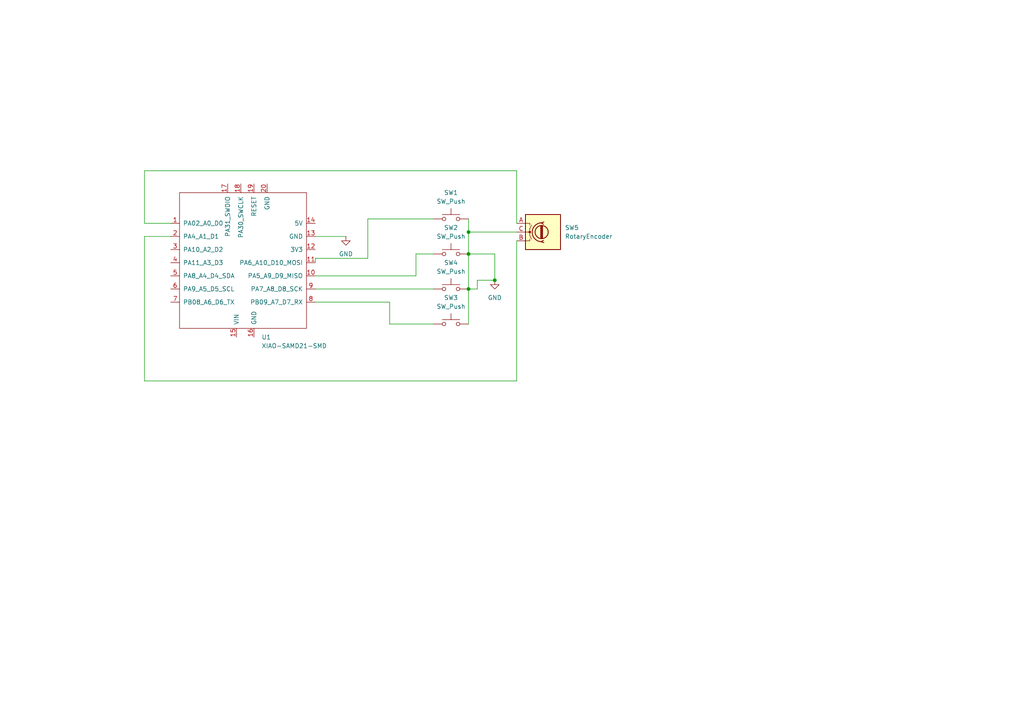
<source format=kicad_sch>
(kicad_sch (version 20231120) (generator "eeschema") (generator_version "8.0")
  (paper "A4")
  (lib_symbols
    (symbol "Device:RotaryEncoder" (pin_names (offset 0.254) hide)
      (property "Reference" "SW" (at 0 6.604 0))
      (property "Value" "RotaryEncoder" (at 0 -6.604 0))
      (symbol "RotaryEncoder_0_1"
        (rectangle (start -5.08 5.08) (end 5.08 -5.08) (stroke (width 0.254)) (fill (type background)))
        (circle (center -3.81 0) (radius 0.254) (fill (type outline)))
        (circle (center -0.381 0) (radius 1.905) (stroke (width 0.254)))
        (arc (start -0.381 2.667) (mid -3.0988 -0.0635) (end -0.381 -2.794) (stroke (width 0.254)))
        (polyline (pts (xy -0.635 -1.778) (xy -0.635 1.778)) (stroke (width 0.254)))
        (polyline (pts (xy -0.381 -1.778) (xy -0.381 1.778)) (stroke (width 0.254)))
        (polyline (pts (xy -0.127 1.778) (xy -0.127 -1.778)) (stroke (width 0.254)))
        (polyline (pts (xy -5.08 -2.54) (xy -3.81 -2.54) (xy -3.81 -2.032)))
        (polyline (pts (xy -5.08 2.54) (xy -3.81 2.54) (xy -3.81 2.032)))
        (polyline (pts (xy 0.254 -3.048) (xy -0.508 -2.794) (xy 0.127 -2.413)) (stroke (width 0.254)))
        (polyline (pts (xy 0.254 2.921) (xy -0.508 2.667) (xy 0.127 2.286)) (stroke (width 0.254)))
        (polyline (pts (xy -5.08 0) (xy -3.81 0) (xy -3.81 -1.016) (xy -3.302 -2.032)))
        (polyline (pts (xy -4.318 0) (xy -3.81 0) (xy -3.81 1.016) (xy -3.302 2.032)))
      )
      (symbol "RotaryEncoder_1_1"
        (pin passive line (at -7.62 2.54 0) (length 2.54) (name "A") (number "A"))
        (pin passive line (at -7.62 -2.54 0) (length 2.54) (name "B") (number "B"))
        (pin passive line (at -7.62 0 0) (length 2.54) (name "C") (number "C"))
      )
    )
    (symbol "Seeed_Studio_XIAO_Series:XIAO-SAMD21-SMD" (pin_names (offset 1.016))
      (property "Reference" "U" (at -18.542 23.114 0))
      (property "Value" "XIAO-SAMD21-SMD" (at -9.906 21.336 0))
      (symbol "XIAO-SAMD21-SMD_0_1"
        (rectangle (start -19.05 20.32) (end 17.78 -19.05))
      )
      (symbol "XIAO-SAMD21-SMD_1_1"
        (pin passive line (at -21.59 11.43 0) (length 2.54) (name "PA02_A0_D0") (number "1"))
        (pin passive line (at 20.32 -3.81 180) (length 2.54) (name "PA5_A9_D9_MISO") (number "10"))
        (pin passive line (at 20.32 0 180) (length 2.54) (name "PA6_A10_D10_MOSI") (number "11"))
        (pin passive line (at 20.32 3.81 180) (length 2.54) (name "3V3") (number "12"))
        (pin passive line (at 20.32 7.62 180) (length 2.54) (name "GND") (number "13"))
        (pin passive line (at 20.32 11.43 180) (length 2.54) (name "5V") (number "14"))
        (pin passive line (at -2.54 -21.59 90) (length 2.54) (name "VIN") (number "15"))
        (pin passive line (at 2.54 -21.59 90) (length 2.54) (name "GND") (number "16"))
        (pin passive line (at -5.08 22.86 270) (length 2.54) (name "PA31_SWDIO") (number "17"))
        (pin passive line (at -1.27 22.86 270) (length 2.54) (name "PA30_SWCLK") (number "18"))
        (pin passive line (at 2.54 22.86 270) (length 2.54) (name "RESET") (number "19"))
        (pin passive line (at -21.59 7.62 0) (length 2.54) (name "PA4_A1_D1") (number "2"))
        (pin passive line (at 6.35 22.86 270) (length 2.54) (name "GND") (number "20"))
        (pin passive line (at -21.59 3.81 0) (length 2.54) (name "PA10_A2_D2") (number "3"))
        (pin passive line (at -21.59 0 0) (length 2.54) (name "PA11_A3_D3") (number "4"))
        (pin passive line (at -21.59 -3.81 0) (length 2.54) (name "PA8_A4_D4_SDA") (number "5"))
        (pin passive line (at -21.59 -7.62 0) (length 2.54) (name "PA9_A5_D5_SCL") (number "6"))
        (pin passive line (at -21.59 -11.43 0) (length 2.54) (name "PB08_A6_D6_TX") (number "7"))
        (pin passive line (at 20.32 -11.43 180) (length 2.54) (name "PB09_A7_D7_RX") (number "8"))
        (pin passive line (at 20.32 -7.62 180) (length 2.54) (name "PA7_A8_D8_SCK") (number "9"))
      )
    )
    (symbol "Switch:SW_Push" (pin_numbers hide) (pin_names (offset 1.016) hide)
      (property "Reference" "SW" (at 1.27 2.54 0))
      (property "Value" "SW_Push" (at 0 -1.524 0))
      (symbol "SW_Push_0_1"
        (circle (center -2.032 0) (radius 0.508))
        (polyline (pts (xy 0 1.27) (xy 0 3.048)))
        (polyline (pts (xy 2.54 1.27) (xy -2.54 1.27)))
        (circle (center 2.032 0) (radius 0.508))
        (pin passive line (at -5.08 0 0) (length 2.54) (name "1") (number "1"))
        (pin passive line (at 5.08 0 180) (length 2.54) (name "2") (number "2"))
      )
    )
    (symbol "power:GND" (power) (pin_numbers hide) (pin_names (offset 0) hide)
      (property "Value" "GND" (at 0 -3.81 0))
      (symbol "GND_0_1"
        (polyline (pts (xy 0 0) (xy 0 -1.27) (xy 1.27 -1.27) (xy 0 -2.54) (xy -1.27 -1.27) (xy 0 -1.27)))
      )
      (symbol "GND_1_1"
        (pin power_in line (at 0 0 270) (length 0) (name "~") (number "1"))
      )
    )
  )
  (junction (at 135.89 67.31))
  (junction (at 135.89 73.66))
  (junction (at 143.51 81.28))
  (junction (at 135.89 83.82))
  (wire (pts (xy 149.86 110.49) (xy 41.91 110.49)))
  (wire (pts (xy 143.51 73.66) (xy 143.51 81.28)))
  (wire (pts (xy 135.89 73.66) (xy 135.89 83.82)))
  (wire (pts (xy 149.86 64.77) (xy 149.86 49.53)))
  (wire (pts (xy 120.65 73.66) (xy 125.73 73.66)))
  (wire (pts (xy 41.91 68.58) (xy 49.53 68.58)))
  (wire (pts (xy 91.44 68.58) (xy 100.33 68.58)))
  (wire (pts (xy 106.68 63.5) (xy 106.68 74.93)))
  (wire (pts (xy 41.91 64.77) (xy 49.53 64.77)))
  (wire (pts (xy 91.44 74.93) (xy 91.44 76.2)))
  (wire (pts (xy 135.89 83.82) (xy 135.89 93.98)))
  (wire (pts (xy 120.65 80.01) (xy 120.65 73.66)))
  (wire (pts (xy 113.03 87.63) (xy 113.03 93.98)))
  (wire (pts (xy 91.44 74.93) (xy 106.68 74.93)))
  (wire (pts (xy 106.68 63.5) (xy 125.73 63.5)))
  (wire (pts (xy 91.44 87.63) (xy 113.03 87.63)))
  (wire (pts (xy 149.86 69.85) (xy 149.86 110.49)))
  (wire (pts (xy 149.86 49.53) (xy 41.91 49.53)))
  (wire (pts (xy 91.44 83.82) (xy 125.73 83.82)))
  (wire (pts (xy 149.86 67.31) (xy 135.89 67.31)))
  (wire (pts (xy 135.89 63.5) (xy 135.89 67.31)))
  (wire (pts (xy 91.44 80.01) (xy 120.65 80.01)))
  (wire (pts (xy 138.43 83.82) (xy 138.43 81.28)))
  (wire (pts (xy 135.89 67.31) (xy 135.89 73.66)))
  (wire (pts (xy 41.91 110.49) (xy 41.91 68.58)))
  (wire (pts (xy 113.03 93.98) (xy 125.73 93.98)))
  (wire (pts (xy 135.89 83.82) (xy 138.43 83.82)))
  (wire (pts (xy 135.89 73.66) (xy 143.51 73.66)))
  (wire (pts (xy 41.91 49.53) (xy 41.91 64.77)))
  (wire (pts (xy 138.43 81.28) (xy 143.51 81.28)))
  (symbol (lib_id "Switch:SW_Push") (at 130.81 93.98 0) (unit 1)
    (property "Reference" "SW3" (at 130.81 86.36 0))
    (property "Value" "SW_Push" (at 130.81 88.9 0))
    (property "Footprint" "Button_Switch_Keyboard:SW_Cherry_MX_1.00u_PCB" (effects (hide yes)))
    (property "Description" "Push button switch, generic, two pins" (effects (hide yes)))
  )
  (symbol (lib_id "power:GND") (at 143.51 81.28 0) (unit 1)
    (property "Reference" "#PWR01" (effects (hide yes)))
    (property "Value" "GND" (at 143.51 86.36 0))
    (property "Description" "Power symbol creates a global label with name \"GND\" , ground" (effects (hide yes)))
  )
  (symbol (lib_id "Device:RotaryEncoder") (at 157.48 67.31 0) (unit 1)
    (property "Reference" "SW5" (at 163.83 66.0399 0) (effects (justify left)))
    (property "Value" "RotaryEncoder" (at 163.83 68.5799 0) (effects (justify left)))
    (property "Footprint" "Rotary_Encoder:RotaryEncoder_Alps_EC11E_Vertical_H20mm_CircularMountingHoles" (effects (hide yes)))
    (property "Description" "Rotary encoder, dual channel, incremental quadrate outputs" (effects (hide yes)))
  )
  (symbol (lib_id "Seeed_Studio_XIAO_Series:XIAO-SAMD21-SMD") (at 71.12 76.2 0) (unit 1)
    (property "Reference" "U1" (at 75.8541 97.79 0) (effects (justify left)))
    (property "Value" "XIAO-SAMD21-SMD" (at 75.8541 100.33 0) (effects (justify left)))
    (property "Footprint" "Seeed Studio XIAO Series Library:XIAO-RP2040-DIP" (effects (hide yes)))
  )
  (symbol (lib_id "Switch:SW_Push") (at 130.81 63.5 0) (unit 1)
    (property "Reference" "SW1" (at 130.81 55.88 0))
    (property "Value" "SW_Push" (at 130.81 58.42 0))
    (property "Footprint" "Button_Switch_Keyboard:SW_Cherry_MX_1.00u_PCB" (effects (hide yes)))
    (property "Description" "Push button switch, generic, two pins" (effects (hide yes)))
  )
  (symbol (lib_id "power:GND") (at 100.33 68.58 0) (unit 1)
    (property "Reference" "#PWR02" (effects (hide yes)))
    (property "Value" "GND" (at 100.33 73.66 0))
    (property "Description" "Power symbol creates a global label with name \"GND\" , ground" (effects (hide yes)))
  )
  (symbol (lib_id "Switch:SW_Push") (at 130.81 83.82 0) (unit 1)
    (property "Reference" "SW4" (at 130.81 76.2 0))
    (property "Value" "SW_Push" (at 130.81 78.74 0))
    (property "Footprint" "Button_Switch_Keyboard:SW_Cherry_MX_1.00u_PCB" (effects (hide yes)))
    (property "Description" "Push button switch, generic, two pins" (effects (hide yes)))
  )
  (symbol (lib_id "Switch:SW_Push") (at 130.81 73.66 0) (unit 1)
    (property "Reference" "SW2" (at 130.81 66.04 0))
    (property "Value" "SW_Push" (at 130.81 68.58 0))
    (property "Footprint" "Button_Switch_Keyboard:SW_Cherry_MX_1.00u_PCB" (effects (hide yes)))
    (property "Description" "Push button switch, generic, two pins" (effects (hide yes)))
  )
)
</source>
